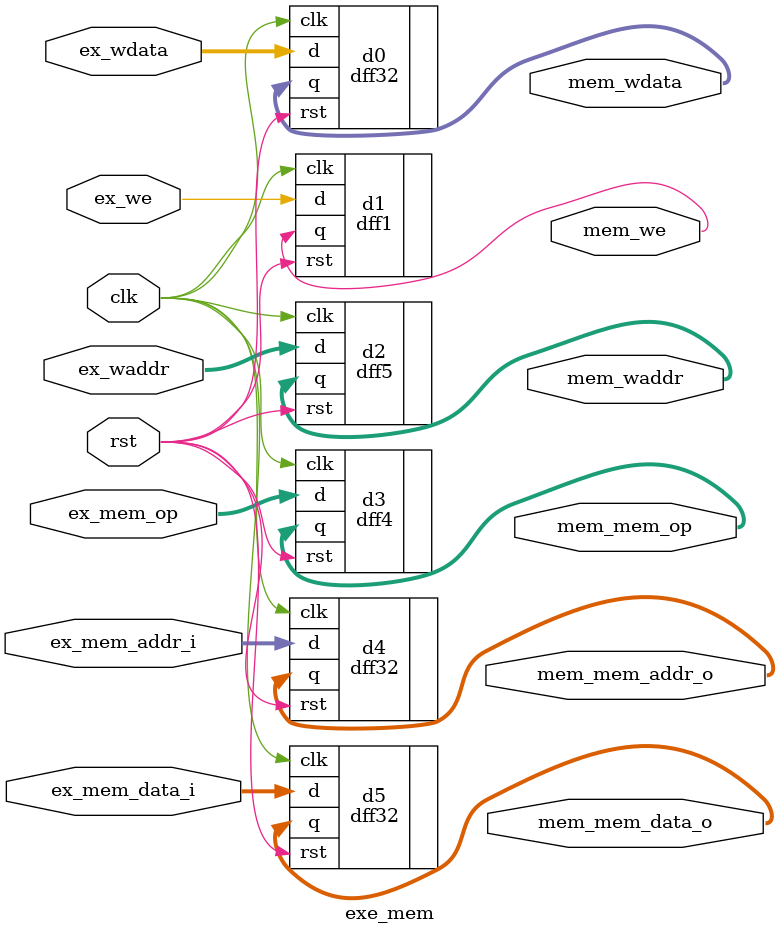
<source format=v>
`timescale 1ns / 1ps


module exe_mem(
           input    wire        rst,        ///< 重置
           input    wire        clk,        ///< 时钟信号

           input    wire        ex_we,
           input    wire[4:0]   ex_waddr,
           input    wire[31:0]  ex_wdata,

           output   wire        mem_we,
           output   wire[4:0]   mem_waddr,
           output   wire[31:0]  mem_wdata,

           // for store
           input    wire[3:0]    ex_mem_op,
           input    wire[31:0]   ex_mem_addr_i,
           input    wire[31:0]   ex_mem_data_i,

           output    wire[3:0]    mem_mem_op,
           output    wire[31:0]   mem_mem_addr_o,
           output    wire[31:0]   mem_mem_data_o
    );

dff1  d1(.clk(clk),.rst(rst),.d(ex_we),.q(mem_we));
dff5  d2(.clk(clk),.rst(rst),.d(ex_waddr),.q(mem_waddr));
dff32 d0(.clk(clk),.rst(rst),.d(ex_wdata),.q(mem_wdata));
dff4  d3(.clk(clk),.rst(rst),.d(ex_mem_op),.q(mem_mem_op));
dff32 d4(.clk(clk),.rst(rst),.d(ex_mem_addr_i),.q(mem_mem_addr_o));
dff32 d5(.clk(clk),.rst(rst),.d(ex_mem_data_i),.q(mem_mem_data_o));


endmodule

</source>
